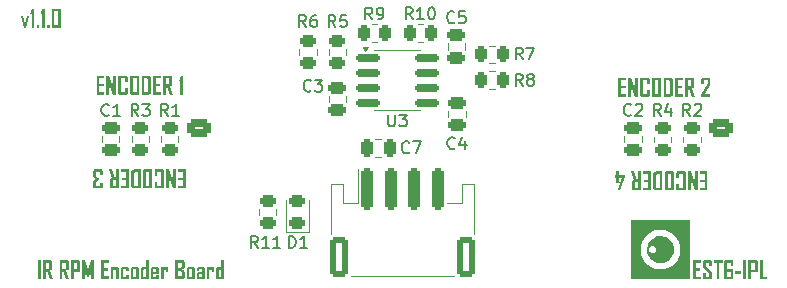
<source format=gto>
G04 #@! TF.GenerationSoftware,KiCad,Pcbnew,8.0.6*
G04 #@! TF.CreationDate,2025-03-21T23:15:14+00:00*
G04 #@! TF.ProjectId,imu_rc_car_encoders,696d755f-7263-45f6-9361-725f656e636f,rev?*
G04 #@! TF.SameCoordinates,Original*
G04 #@! TF.FileFunction,Legend,Top*
G04 #@! TF.FilePolarity,Positive*
%FSLAX46Y46*%
G04 Gerber Fmt 4.6, Leading zero omitted, Abs format (unit mm)*
G04 Created by KiCad (PCBNEW 8.0.6) date 2025-03-21 23:15:14*
%MOMM*%
%LPD*%
G01*
G04 APERTURE LIST*
G04 Aperture macros list*
%AMRoundRect*
0 Rectangle with rounded corners*
0 $1 Rounding radius*
0 $2 $3 $4 $5 $6 $7 $8 $9 X,Y pos of 4 corners*
0 Add a 4 corners polygon primitive as box body*
4,1,4,$2,$3,$4,$5,$6,$7,$8,$9,$2,$3,0*
0 Add four circle primitives for the rounded corners*
1,1,$1+$1,$2,$3*
1,1,$1+$1,$4,$5*
1,1,$1+$1,$6,$7*
1,1,$1+$1,$8,$9*
0 Add four rect primitives between the rounded corners*
20,1,$1+$1,$2,$3,$4,$5,0*
20,1,$1+$1,$4,$5,$6,$7,0*
20,1,$1+$1,$6,$7,$8,$9,0*
20,1,$1+$1,$8,$9,$2,$3,0*%
G04 Aperture macros list end*
%ADD10C,0.300000*%
%ADD11C,0.150000*%
%ADD12C,0.120000*%
%ADD13C,0.000000*%
%ADD14RoundRect,0.250000X-0.475000X0.250000X-0.475000X-0.250000X0.475000X-0.250000X0.475000X0.250000X0*%
%ADD15RoundRect,0.250000X0.262500X0.450000X-0.262500X0.450000X-0.262500X-0.450000X0.262500X-0.450000X0*%
%ADD16RoundRect,0.243750X0.456250X-0.243750X0.456250X0.243750X-0.456250X0.243750X-0.456250X-0.243750X0*%
%ADD17RoundRect,0.150000X-0.825000X-0.150000X0.825000X-0.150000X0.825000X0.150000X-0.825000X0.150000X0*%
%ADD18RoundRect,0.250000X-0.262500X-0.450000X0.262500X-0.450000X0.262500X0.450000X-0.262500X0.450000X0*%
%ADD19RoundRect,0.250000X0.450000X-0.262500X0.450000X0.262500X-0.450000X0.262500X-0.450000X-0.262500X0*%
%ADD20RoundRect,0.250000X-0.250000X-0.475000X0.250000X-0.475000X0.250000X0.475000X-0.250000X0.475000X0*%
%ADD21RoundRect,0.250000X-0.250000X-1.500000X0.250000X-1.500000X0.250000X1.500000X-0.250000X1.500000X0*%
%ADD22RoundRect,0.250001X-0.499999X-1.449999X0.499999X-1.449999X0.499999X1.449999X-0.499999X1.449999X0*%
%ADD23RoundRect,0.250000X-0.450000X0.262500X-0.450000X-0.262500X0.450000X-0.262500X0.450000X0.262500X0*%
%ADD24RoundRect,0.250000X0.475000X-0.250000X0.475000X0.250000X-0.475000X0.250000X-0.475000X-0.250000X0*%
%ADD25RoundRect,0.340500X0.659500X-0.409500X0.659500X0.409500X-0.659500X0.409500X-0.659500X-0.409500X0*%
%ADD26O,2.000000X1.500000*%
G04 APERTURE END LIST*
D10*
G36*
X70695701Y-35975000D02*
G01*
X70026720Y-35975000D01*
X70026720Y-34357135D01*
X70689473Y-34357135D01*
X70689473Y-34591608D01*
X70268154Y-34591608D01*
X70268154Y-35037107D01*
X70630854Y-35037107D01*
X70630854Y-35271580D01*
X70268154Y-35271580D01*
X70268154Y-35740526D01*
X70695701Y-35740526D01*
X70695701Y-35975000D01*
G37*
G36*
X71629197Y-35847138D02*
G01*
X71611881Y-35919934D01*
X71553491Y-35964885D01*
X71482651Y-35975000D01*
X70997585Y-35975000D01*
X70920885Y-35962513D01*
X70863643Y-35908946D01*
X70852138Y-35847138D01*
X70852138Y-35459159D01*
X71093206Y-35459159D01*
X71093206Y-35740526D01*
X71388129Y-35740526D01*
X71388129Y-35459159D01*
X70904528Y-34997906D01*
X70863650Y-34935837D01*
X70852138Y-34867847D01*
X70852138Y-34484996D01*
X70869325Y-34412200D01*
X70927276Y-34367249D01*
X70997585Y-34357135D01*
X71482651Y-34357135D01*
X71559931Y-34369442D01*
X71617605Y-34422242D01*
X71629197Y-34483164D01*
X71629197Y-34872976D01*
X71388129Y-34872976D01*
X71388129Y-34591608D01*
X71093206Y-34591608D01*
X71093206Y-34861252D01*
X71576807Y-35321039D01*
X71617685Y-35383078D01*
X71629197Y-35452930D01*
X71629197Y-35847138D01*
G37*
G36*
X72516898Y-34591608D02*
G01*
X72250917Y-34591608D01*
X72250917Y-35975000D01*
X72010949Y-35975000D01*
X72010949Y-34591608D01*
X71744968Y-34591608D01*
X71744968Y-34357135D01*
X72516898Y-34357135D01*
X72516898Y-34591608D01*
G37*
G36*
X73432808Y-35847138D02*
G01*
X73415405Y-35919934D01*
X73356724Y-35964885D01*
X73285530Y-35975000D01*
X72778482Y-35975000D01*
X72702941Y-35962513D01*
X72646564Y-35908946D01*
X72635233Y-35847138D01*
X72635233Y-34484996D01*
X72652550Y-34412200D01*
X72710939Y-34367249D01*
X72781779Y-34357135D01*
X73285530Y-34357135D01*
X73363196Y-34369621D01*
X73421158Y-34423188D01*
X73432808Y-34484996D01*
X73432808Y-34849528D01*
X73190642Y-34849528D01*
X73190642Y-34591608D01*
X72876667Y-34591608D01*
X72876667Y-35740526D01*
X73190642Y-35740526D01*
X73190642Y-35341922D01*
X73011489Y-35341922D01*
X73011489Y-35107449D01*
X73432808Y-35107449D01*
X73432808Y-35847138D01*
G37*
G36*
X74092997Y-35482606D02*
G01*
X73601702Y-35482606D01*
X73601702Y-35248133D01*
X74092997Y-35248133D01*
X74092997Y-35482606D01*
G37*
G36*
X74511751Y-35975000D02*
G01*
X74270683Y-35975000D01*
X74270683Y-34357135D01*
X74511751Y-34357135D01*
X74511751Y-35975000D01*
G37*
G36*
X75415396Y-34369621D02*
G01*
X75473502Y-34423188D01*
X75485181Y-34484996D01*
X75485181Y-35260956D01*
X75467735Y-35333751D01*
X75408907Y-35378703D01*
X75337536Y-35388817D01*
X74947358Y-35388817D01*
X74947358Y-35975000D01*
X74705924Y-35975000D01*
X74705924Y-35154344D01*
X74947358Y-35154344D01*
X75241915Y-35154344D01*
X75241915Y-34591608D01*
X74947358Y-34591608D01*
X74947358Y-35154344D01*
X74705924Y-35154344D01*
X74705924Y-34357135D01*
X75337536Y-34357135D01*
X75415396Y-34369621D01*
G37*
G36*
X76284954Y-35975000D02*
G01*
X75651144Y-35975000D01*
X75651144Y-34357135D01*
X75892578Y-34357135D01*
X75892578Y-35740526D01*
X76284954Y-35740526D01*
X76284954Y-35975000D01*
G37*
G36*
X14782184Y-35955000D02*
G01*
X14541116Y-35955000D01*
X14541116Y-34337135D01*
X14782184Y-34337135D01*
X14782184Y-35955000D01*
G37*
G36*
X15801775Y-35955000D02*
G01*
X15550450Y-35955000D01*
X15284469Y-35208715D01*
X15284469Y-35133956D01*
X15284469Y-35064002D01*
X15521507Y-35064002D01*
X15521507Y-34571608D01*
X15217791Y-34571608D01*
X15217791Y-35955000D01*
X14976357Y-35955000D01*
X14976357Y-34337135D01*
X15616395Y-34337135D01*
X15693096Y-34349621D01*
X15750337Y-34403188D01*
X15761842Y-34464996D01*
X15761842Y-35076824D01*
X15744623Y-35149731D01*
X15692965Y-35191130D01*
X15619658Y-35202448D01*
X15543546Y-35204672D01*
X15536161Y-35204685D01*
X15801775Y-35955000D01*
G37*
G36*
X17201287Y-35955000D02*
G01*
X16949961Y-35955000D01*
X16683981Y-35208715D01*
X16683981Y-35133956D01*
X16683981Y-35064002D01*
X16921018Y-35064002D01*
X16921018Y-34571608D01*
X16617302Y-34571608D01*
X16617302Y-35955000D01*
X16375868Y-35955000D01*
X16375868Y-34337135D01*
X17015907Y-34337135D01*
X17092607Y-34349621D01*
X17149848Y-34403188D01*
X17161353Y-34464996D01*
X17161353Y-35076824D01*
X17144134Y-35149731D01*
X17092477Y-35191130D01*
X17019170Y-35202448D01*
X16943057Y-35204672D01*
X16935673Y-35204685D01*
X17201287Y-35955000D01*
G37*
G36*
X18052542Y-34349621D02*
G01*
X18110648Y-34403188D01*
X18122327Y-34464996D01*
X18122327Y-35240956D01*
X18104880Y-35313751D01*
X18046053Y-35358703D01*
X17974682Y-35368817D01*
X17584504Y-35368817D01*
X17584504Y-35955000D01*
X17343070Y-35955000D01*
X17343070Y-35134344D01*
X17584504Y-35134344D01*
X17879061Y-35134344D01*
X17879061Y-34571608D01*
X17584504Y-34571608D01*
X17584504Y-35134344D01*
X17343070Y-35134344D01*
X17343070Y-34337135D01*
X17974682Y-34337135D01*
X18052542Y-34349621D01*
G37*
G36*
X19263185Y-35955000D02*
G01*
X19031277Y-35955000D01*
X19031277Y-35150830D01*
X19034940Y-35074901D01*
X19042496Y-35001485D01*
X19045931Y-34973876D01*
X18837470Y-35790868D01*
X18715104Y-35790868D01*
X18505910Y-34973876D01*
X18514045Y-35047018D01*
X18519515Y-35121450D01*
X18520198Y-35150830D01*
X18520198Y-35955000D01*
X18288290Y-35955000D01*
X18288290Y-34337135D01*
X18516168Y-34337135D01*
X18769692Y-35221538D01*
X18775921Y-35294078D01*
X18782149Y-35221538D01*
X19035307Y-34337135D01*
X19263185Y-34337135D01*
X19263185Y-35955000D01*
G37*
G36*
X20550223Y-35955000D02*
G01*
X19881242Y-35955000D01*
X19881242Y-34337135D01*
X20543995Y-34337135D01*
X20543995Y-34571608D01*
X20122676Y-34571608D01*
X20122676Y-35017107D01*
X20485376Y-35017107D01*
X20485376Y-35251580D01*
X20122676Y-35251580D01*
X20122676Y-35720526D01*
X20550223Y-35720526D01*
X20550223Y-35955000D01*
G37*
G36*
X21392861Y-35955000D02*
G01*
X21155823Y-35955000D01*
X21155823Y-35110896D01*
X20934539Y-35169515D01*
X20934539Y-35955000D01*
X20698600Y-35955000D01*
X20698600Y-34923318D01*
X20934539Y-34923318D01*
X20934539Y-34981936D01*
X21006457Y-34965867D01*
X21083044Y-34949274D01*
X21098304Y-34946032D01*
X21174475Y-34931325D01*
X21247488Y-34923673D01*
X21264267Y-34923318D01*
X21337480Y-34938426D01*
X21384824Y-34995240D01*
X21392861Y-35051179D01*
X21392861Y-35955000D01*
G37*
G36*
X22230003Y-35827138D02*
G01*
X22214548Y-35899934D01*
X22156432Y-35947008D01*
X22099211Y-35955000D01*
X21689982Y-35955000D01*
X21614475Y-35939891D01*
X21565647Y-35883078D01*
X21557358Y-35827138D01*
X21557358Y-35051179D01*
X21573030Y-34978383D01*
X21631959Y-34931309D01*
X21689982Y-34923318D01*
X22099211Y-34923318D01*
X22173676Y-34938426D01*
X22221828Y-34995240D01*
X22230003Y-35051179D01*
X22230003Y-35298475D01*
X22000293Y-35298475D01*
X22000293Y-35110896D01*
X21788900Y-35110896D01*
X21788900Y-35767421D01*
X22000293Y-35767421D01*
X22000293Y-35579842D01*
X22230003Y-35579842D01*
X22230003Y-35827138D01*
G37*
G36*
X23024007Y-34938426D02*
G01*
X23072160Y-34995240D01*
X23080334Y-35051179D01*
X23080334Y-35827138D01*
X23064880Y-35899934D01*
X23006764Y-35947008D01*
X22949542Y-35955000D01*
X22526758Y-35955000D01*
X22451251Y-35939891D01*
X22402423Y-35883078D01*
X22394134Y-35827138D01*
X22394134Y-35767421D01*
X22625676Y-35767421D01*
X22849525Y-35767421D01*
X22849525Y-35110896D01*
X22625676Y-35110896D01*
X22625676Y-35767421D01*
X22394134Y-35767421D01*
X22394134Y-35051179D01*
X22409806Y-34978383D01*
X22468735Y-34931309D01*
X22526758Y-34923318D01*
X22949542Y-34923318D01*
X23024007Y-34938426D01*
G37*
G36*
X23935795Y-35955000D02*
G01*
X23700956Y-35955000D01*
X23700956Y-35890519D01*
X23618760Y-35912433D01*
X23541520Y-35932268D01*
X23466029Y-35949899D01*
X23433143Y-35955000D01*
X23358396Y-35943971D01*
X23293925Y-35904808D01*
X23254476Y-35840853D01*
X23243367Y-35767421D01*
X23243367Y-35189665D01*
X23477107Y-35189665D01*
X23477107Y-35690851D01*
X23509136Y-35758373D01*
X23551479Y-35767421D01*
X23623787Y-35739652D01*
X23692824Y-35706908D01*
X23700956Y-35702941D01*
X23700956Y-35110896D01*
X23555509Y-35110896D01*
X23488132Y-35141665D01*
X23477107Y-35189665D01*
X23243367Y-35189665D01*
X23243367Y-35051179D01*
X23272115Y-34980468D01*
X23334225Y-34945666D01*
X23410941Y-34929625D01*
X23486130Y-34924103D01*
X23533893Y-34923318D01*
X23610008Y-34923318D01*
X23620355Y-34923318D01*
X23694487Y-34923318D01*
X23700956Y-34923318D01*
X23700956Y-34337135D01*
X23935795Y-34337135D01*
X23935795Y-35955000D01*
G37*
G36*
X24718228Y-34938426D02*
G01*
X24767190Y-34995240D01*
X24775502Y-35051179D01*
X24775502Y-35420840D01*
X24710655Y-35486053D01*
X24328538Y-35486053D01*
X24328538Y-35767421D01*
X24549822Y-35767421D01*
X24549822Y-35603290D01*
X24775502Y-35603290D01*
X24775502Y-35827138D01*
X24759787Y-35899934D01*
X24700695Y-35947008D01*
X24642512Y-35955000D01*
X24235481Y-35955000D01*
X24159973Y-35939891D01*
X24111146Y-35883078D01*
X24102857Y-35827138D01*
X24102857Y-35343171D01*
X24328538Y-35343171D01*
X24549822Y-35343171D01*
X24549822Y-35110896D01*
X24328538Y-35110896D01*
X24328538Y-35343171D01*
X24102857Y-35343171D01*
X24102857Y-35051179D01*
X24118529Y-34978383D01*
X24177458Y-34931309D01*
X24235481Y-34923318D01*
X24642512Y-34923318D01*
X24718228Y-34938426D01*
G37*
G36*
X25598722Y-35345369D02*
G01*
X25364982Y-35345369D01*
X25364982Y-35110896D01*
X25178503Y-35169515D01*
X25178503Y-35955000D01*
X24942564Y-35955000D01*
X24942564Y-34923318D01*
X25178503Y-34923318D01*
X25178503Y-34981936D01*
X25251501Y-34963343D01*
X25323949Y-34944933D01*
X25399678Y-34929418D01*
X25470129Y-34923318D01*
X25543342Y-34938426D01*
X25590685Y-34995240D01*
X25598722Y-35051179D01*
X25598722Y-35345369D01*
G37*
G36*
X26888028Y-34349621D02*
G01*
X26944405Y-34403188D01*
X26955736Y-34464996D01*
X26955736Y-34900969D01*
X26945848Y-34974330D01*
X26910334Y-35038420D01*
X26904078Y-35044951D01*
X26841692Y-35090194D01*
X26778415Y-35134344D01*
X26843817Y-35180182D01*
X26903107Y-35223621D01*
X26908108Y-35228133D01*
X26949874Y-35293346D01*
X26963578Y-35367237D01*
X26963796Y-35379075D01*
X26963796Y-35827138D01*
X26946393Y-35899934D01*
X26887711Y-35944885D01*
X26816517Y-35955000D01*
X26172449Y-35955000D01*
X26172449Y-35720526D01*
X26413883Y-35720526D01*
X26721629Y-35720526D01*
X26721629Y-35319724D01*
X26603293Y-35251580D01*
X26413883Y-35251580D01*
X26413883Y-35720526D01*
X26172449Y-35720526D01*
X26172449Y-35017107D01*
X26413883Y-35017107D01*
X26599263Y-35017107D01*
X26715767Y-34939438D01*
X26715767Y-34571608D01*
X26413883Y-34571608D01*
X26413883Y-35017107D01*
X26172449Y-35017107D01*
X26172449Y-34337135D01*
X26812487Y-34337135D01*
X26888028Y-34349621D01*
G37*
G36*
X27766226Y-34938426D02*
G01*
X27814379Y-34995240D01*
X27822554Y-35051179D01*
X27822554Y-35827138D01*
X27807099Y-35899934D01*
X27748983Y-35947008D01*
X27691762Y-35955000D01*
X27268977Y-35955000D01*
X27193470Y-35939891D01*
X27144642Y-35883078D01*
X27136353Y-35827138D01*
X27136353Y-35767421D01*
X27367896Y-35767421D01*
X27591744Y-35767421D01*
X27591744Y-35110896D01*
X27367896Y-35110896D01*
X27367896Y-35767421D01*
X27136353Y-35767421D01*
X27136353Y-35051179D01*
X27152025Y-34978383D01*
X27210954Y-34931309D01*
X27268977Y-34923318D01*
X27691762Y-34923318D01*
X27766226Y-34938426D01*
G37*
G36*
X28602112Y-34938426D02*
G01*
X28650399Y-34995240D01*
X28658597Y-35051179D01*
X28658597Y-35955000D01*
X28432916Y-35955000D01*
X28432916Y-35908105D01*
X28357617Y-35921581D01*
X28282156Y-35935217D01*
X28272083Y-35937048D01*
X28194995Y-35948671D01*
X28119369Y-35954929D01*
X28112348Y-35955000D01*
X28038926Y-35939891D01*
X27991448Y-35883078D01*
X27983387Y-35827138D01*
X27983387Y-35767421D01*
X28209068Y-35767421D01*
X28434748Y-35755697D01*
X28434748Y-35486053D01*
X28209068Y-35486053D01*
X28209068Y-35767421D01*
X27983387Y-35767421D01*
X27983387Y-35473230D01*
X27999102Y-35400435D01*
X28058195Y-35353361D01*
X28116378Y-35345369D01*
X28434748Y-35345369D01*
X28434748Y-35110896D01*
X28209068Y-35110896D01*
X28209068Y-35251580D01*
X27995844Y-35251580D01*
X27995844Y-35051179D01*
X28011559Y-34978383D01*
X28070651Y-34931309D01*
X28128834Y-34923318D01*
X28527438Y-34923318D01*
X28602112Y-34938426D01*
G37*
G36*
X29479253Y-35345369D02*
G01*
X29245512Y-35345369D01*
X29245512Y-35110896D01*
X29059033Y-35169515D01*
X29059033Y-35955000D01*
X28823094Y-35955000D01*
X28823094Y-34923318D01*
X29059033Y-34923318D01*
X29059033Y-34981936D01*
X29132031Y-34963343D01*
X29204480Y-34944933D01*
X29280209Y-34929418D01*
X29350659Y-34923318D01*
X29423872Y-34938426D01*
X29471216Y-34995240D01*
X29479253Y-35051179D01*
X29479253Y-35345369D01*
G37*
G36*
X30298810Y-35955000D02*
G01*
X30063970Y-35955000D01*
X30063970Y-35890519D01*
X29981774Y-35912433D01*
X29904535Y-35932268D01*
X29829044Y-35949899D01*
X29796158Y-35955000D01*
X29721411Y-35943971D01*
X29656939Y-35904808D01*
X29617490Y-35840853D01*
X29606381Y-35767421D01*
X29606381Y-35189665D01*
X29840122Y-35189665D01*
X29840122Y-35690851D01*
X29872151Y-35758373D01*
X29914494Y-35767421D01*
X29986802Y-35739652D01*
X30055839Y-35706908D01*
X30063970Y-35702941D01*
X30063970Y-35110896D01*
X29918524Y-35110896D01*
X29851147Y-35141665D01*
X29840122Y-35189665D01*
X29606381Y-35189665D01*
X29606381Y-35051179D01*
X29635129Y-34980468D01*
X29697240Y-34945666D01*
X29773956Y-34929625D01*
X29849145Y-34924103D01*
X29896908Y-34923318D01*
X29973023Y-34923318D01*
X29983370Y-34923318D01*
X30057502Y-34923318D01*
X30063970Y-34923318D01*
X30063970Y-34337135D01*
X30298810Y-34337135D01*
X30298810Y-35955000D01*
G37*
G36*
X13829148Y-13643318D02*
G01*
X13563534Y-14675000D01*
X13337854Y-14675000D01*
X13071873Y-13643318D01*
X13314040Y-13643318D01*
X13451060Y-14323290D01*
X13588080Y-13643318D01*
X13829148Y-13643318D01*
G37*
G36*
X14244605Y-14675000D02*
G01*
X14007568Y-14675000D01*
X14007568Y-13526081D01*
X13914877Y-13526081D01*
X13914877Y-13490910D01*
X14039808Y-13057135D01*
X14244605Y-13057135D01*
X14244605Y-14675000D01*
G37*
G36*
X14658963Y-14675000D02*
G01*
X14427055Y-14675000D01*
X14427055Y-14417079D01*
X14658963Y-14417079D01*
X14658963Y-14675000D01*
G37*
G36*
X15122414Y-14675000D02*
G01*
X14885376Y-14675000D01*
X14885376Y-13526081D01*
X14792686Y-13526081D01*
X14792686Y-13490910D01*
X14917616Y-13057135D01*
X15122414Y-13057135D01*
X15122414Y-14675000D01*
G37*
G36*
X15536772Y-14675000D02*
G01*
X15304863Y-14675000D01*
X15304863Y-14417079D01*
X15536772Y-14417079D01*
X15536772Y-14675000D01*
G37*
G36*
X16431371Y-13069621D02*
G01*
X16488468Y-13123188D01*
X16499944Y-13184996D01*
X16499944Y-14547138D01*
X16482800Y-14619934D01*
X16418336Y-14667008D01*
X16354863Y-14675000D01*
X15851845Y-14675000D01*
X15776304Y-14662513D01*
X15719928Y-14608946D01*
X15708597Y-14547138D01*
X15708597Y-14440526D01*
X15945635Y-14440526D01*
X16264005Y-14440526D01*
X16264005Y-13291608D01*
X15945635Y-13291608D01*
X15945635Y-14440526D01*
X15708597Y-14440526D01*
X15708597Y-13184996D01*
X15725913Y-13112200D01*
X15784303Y-13067249D01*
X15855143Y-13057135D01*
X16354863Y-13057135D01*
X16431371Y-13069621D01*
G37*
G36*
X70564298Y-26825000D02*
G01*
X71233279Y-26825000D01*
X71233279Y-28442864D01*
X70570526Y-28442864D01*
X70570526Y-28208391D01*
X70991845Y-28208391D01*
X70991845Y-27762892D01*
X70629145Y-27762892D01*
X70629145Y-27528419D01*
X70991845Y-27528419D01*
X70991845Y-27059473D01*
X70564298Y-27059473D01*
X70564298Y-26825000D01*
G37*
G36*
X69586472Y-26825000D02*
G01*
X69797864Y-26825000D01*
X70184378Y-27843126D01*
X70171640Y-27769542D01*
X70168625Y-27726256D01*
X70168625Y-26825000D01*
X70403831Y-26825000D01*
X70403831Y-28442864D01*
X70192438Y-28442864D01*
X69805924Y-27445254D01*
X69818662Y-27518838D01*
X69821678Y-27562124D01*
X69821678Y-28442864D01*
X69586472Y-28442864D01*
X69586472Y-26825000D01*
G37*
G36*
X68604982Y-26952861D02*
G01*
X68622385Y-26880065D01*
X68681066Y-26835114D01*
X68752260Y-26825000D01*
X69255279Y-26825000D01*
X69330820Y-26837486D01*
X69387196Y-26891053D01*
X69398527Y-26952861D01*
X69398527Y-28315003D01*
X69381600Y-28387799D01*
X69317950Y-28434873D01*
X69255279Y-28442864D01*
X68752260Y-28442864D01*
X68674594Y-28430378D01*
X68616632Y-28376811D01*
X68604982Y-28315003D01*
X68604982Y-27903576D01*
X68844951Y-27903576D01*
X68844951Y-28208391D01*
X69157093Y-28208391D01*
X69157093Y-27059473D01*
X68844951Y-27059473D01*
X68844951Y-27364288D01*
X68604982Y-27364288D01*
X68604982Y-26952861D01*
G37*
G36*
X68353360Y-26837486D02*
G01*
X68409736Y-26891053D01*
X68421067Y-26952861D01*
X68421067Y-28315003D01*
X68404140Y-28387799D01*
X68340490Y-28434873D01*
X68277819Y-28442864D01*
X67754284Y-28442864D01*
X67677197Y-28430378D01*
X67619668Y-28376811D01*
X67608105Y-28315003D01*
X67608105Y-28208391D01*
X67849173Y-28208391D01*
X68179633Y-28208391D01*
X68179633Y-27059473D01*
X67849173Y-27059473D01*
X67849173Y-28208391D01*
X67608105Y-28208391D01*
X67608105Y-26952861D01*
X67625378Y-26880065D01*
X67683621Y-26835114D01*
X67754284Y-26825000D01*
X68277819Y-26825000D01*
X68353360Y-26837486D01*
G37*
G36*
X67420160Y-28442864D02*
G01*
X66928499Y-28442864D01*
X66852588Y-28436402D01*
X66779186Y-28414062D01*
X66711750Y-28371058D01*
X66700987Y-28361165D01*
X66652804Y-28298106D01*
X66626357Y-28228382D01*
X66616687Y-28155536D01*
X66616357Y-28138049D01*
X66616357Y-27190997D01*
X66858524Y-27190997D01*
X66858524Y-28079064D01*
X66875191Y-28152695D01*
X66937864Y-28200308D01*
X66999574Y-28208391D01*
X67178726Y-28208391D01*
X67178726Y-27059473D01*
X67005802Y-27059473D01*
X66928136Y-27072317D01*
X66872906Y-27121639D01*
X66858524Y-27190997D01*
X66616357Y-27190997D01*
X66616357Y-27129815D01*
X66623051Y-27054489D01*
X66646192Y-26982147D01*
X66690739Y-26916372D01*
X66700987Y-26905966D01*
X66765888Y-26859869D01*
X66836986Y-26834567D01*
X66910824Y-26825316D01*
X66928499Y-26825000D01*
X67420160Y-26825000D01*
X67420160Y-28442864D01*
G37*
G36*
X65766392Y-26825000D02*
G01*
X66435373Y-26825000D01*
X66435373Y-28442864D01*
X65772620Y-28442864D01*
X65772620Y-28208391D01*
X66193939Y-28208391D01*
X66193939Y-27762892D01*
X65831238Y-27762892D01*
X65831238Y-27528419D01*
X66193939Y-27528419D01*
X66193939Y-27059473D01*
X65766392Y-27059473D01*
X65766392Y-26825000D01*
G37*
G36*
X64780505Y-26825000D02*
G01*
X65031831Y-26825000D01*
X65297812Y-27571284D01*
X65297812Y-27646043D01*
X65297812Y-27715997D01*
X65060774Y-27715997D01*
X65060774Y-28208391D01*
X65364490Y-28208391D01*
X65364490Y-26825000D01*
X65605924Y-26825000D01*
X65605924Y-28442864D01*
X64965886Y-28442864D01*
X64889185Y-28430378D01*
X64831944Y-28376811D01*
X64820439Y-28315003D01*
X64820439Y-27703175D01*
X64837658Y-27630268D01*
X64889316Y-27588869D01*
X64962623Y-27577551D01*
X65038735Y-27575327D01*
X65046120Y-27575314D01*
X64780505Y-26825000D01*
G37*
G36*
X63385024Y-27129815D02*
G01*
X63507756Y-27129815D01*
X63507756Y-26825000D01*
X63737466Y-26825000D01*
X63737466Y-27129815D01*
X64267229Y-27129815D01*
X64267229Y-27273429D01*
X63866060Y-28442864D01*
X63620963Y-28442864D01*
X63620963Y-28433705D01*
X63997219Y-27364288D01*
X63737466Y-27364288D01*
X63737466Y-27833234D01*
X63507756Y-27833234D01*
X63507756Y-27364288D01*
X63385024Y-27364288D01*
X63385024Y-27129815D01*
G37*
G36*
X64365701Y-20505000D02*
G01*
X63696720Y-20505000D01*
X63696720Y-18887135D01*
X64359473Y-18887135D01*
X64359473Y-19121608D01*
X63938154Y-19121608D01*
X63938154Y-19567107D01*
X64300854Y-19567107D01*
X64300854Y-19801580D01*
X63938154Y-19801580D01*
X63938154Y-20270526D01*
X64365701Y-20270526D01*
X64365701Y-20505000D01*
G37*
G36*
X65343527Y-20505000D02*
G01*
X65132135Y-20505000D01*
X64745621Y-19486873D01*
X64758359Y-19560457D01*
X64761374Y-19603743D01*
X64761374Y-20505000D01*
X64526168Y-20505000D01*
X64526168Y-18887135D01*
X64737561Y-18887135D01*
X65124075Y-19884745D01*
X65111337Y-19811161D01*
X65108321Y-19767875D01*
X65108321Y-18887135D01*
X65343527Y-18887135D01*
X65343527Y-20505000D01*
G37*
G36*
X66325017Y-20377138D02*
G01*
X66307614Y-20449934D01*
X66248933Y-20494885D01*
X66177739Y-20505000D01*
X65674720Y-20505000D01*
X65599179Y-20492513D01*
X65542803Y-20438946D01*
X65531472Y-20377138D01*
X65531472Y-19014996D01*
X65548399Y-18942200D01*
X65612049Y-18895126D01*
X65674720Y-18887135D01*
X66177739Y-18887135D01*
X66255405Y-18899621D01*
X66313367Y-18953188D01*
X66325017Y-19014996D01*
X66325017Y-19426423D01*
X66085048Y-19426423D01*
X66085048Y-19121608D01*
X65772906Y-19121608D01*
X65772906Y-20270526D01*
X66085048Y-20270526D01*
X66085048Y-19965711D01*
X66325017Y-19965711D01*
X66325017Y-20377138D01*
G37*
G36*
X67252802Y-18899621D02*
G01*
X67310331Y-18953188D01*
X67321894Y-19014996D01*
X67321894Y-20377138D01*
X67304621Y-20449934D01*
X67246378Y-20494885D01*
X67175715Y-20505000D01*
X66652180Y-20505000D01*
X66576639Y-20492513D01*
X66520263Y-20438946D01*
X66508932Y-20377138D01*
X66508932Y-20270526D01*
X66750366Y-20270526D01*
X67080826Y-20270526D01*
X67080826Y-19121608D01*
X66750366Y-19121608D01*
X66750366Y-20270526D01*
X66508932Y-20270526D01*
X66508932Y-19014996D01*
X66525859Y-18942200D01*
X66589509Y-18895126D01*
X66652180Y-18887135D01*
X67175715Y-18887135D01*
X67252802Y-18899621D01*
G37*
G36*
X68077411Y-18893597D02*
G01*
X68150813Y-18915937D01*
X68218249Y-18958941D01*
X68229012Y-18968834D01*
X68277195Y-19031893D01*
X68303642Y-19101617D01*
X68313312Y-19174463D01*
X68313642Y-19191950D01*
X68313642Y-20200184D01*
X68306948Y-20275510D01*
X68283807Y-20347852D01*
X68239260Y-20413627D01*
X68229012Y-20424033D01*
X68164111Y-20470130D01*
X68093013Y-20495432D01*
X68019175Y-20504683D01*
X68001500Y-20505000D01*
X67509839Y-20505000D01*
X67509839Y-20270526D01*
X67751273Y-20270526D01*
X67924197Y-20270526D01*
X68001863Y-20257682D01*
X68057093Y-20208360D01*
X68071475Y-20139002D01*
X68071475Y-19250935D01*
X68054808Y-19177304D01*
X67992135Y-19129691D01*
X67930425Y-19121608D01*
X67751273Y-19121608D01*
X67751273Y-20270526D01*
X67509839Y-20270526D01*
X67509839Y-18887135D01*
X68001500Y-18887135D01*
X68077411Y-18893597D01*
G37*
G36*
X69163607Y-20505000D02*
G01*
X68494626Y-20505000D01*
X68494626Y-18887135D01*
X69157379Y-18887135D01*
X69157379Y-19121608D01*
X68736060Y-19121608D01*
X68736060Y-19567107D01*
X69098761Y-19567107D01*
X69098761Y-19801580D01*
X68736060Y-19801580D01*
X68736060Y-20270526D01*
X69163607Y-20270526D01*
X69163607Y-20505000D01*
G37*
G36*
X70149494Y-20505000D02*
G01*
X69898168Y-20505000D01*
X69632187Y-19758715D01*
X69632187Y-19683956D01*
X69632187Y-19614002D01*
X69869225Y-19614002D01*
X69869225Y-19121608D01*
X69565509Y-19121608D01*
X69565509Y-20505000D01*
X69324075Y-20505000D01*
X69324075Y-18887135D01*
X69964113Y-18887135D01*
X70040814Y-18899621D01*
X70098055Y-18953188D01*
X70109560Y-19014996D01*
X70109560Y-19626824D01*
X70092341Y-19699731D01*
X70040683Y-19741130D01*
X69967376Y-19752448D01*
X69891264Y-19754672D01*
X69883879Y-19754685D01*
X70149494Y-20505000D01*
G37*
G36*
X71481228Y-19327871D02*
G01*
X71469716Y-19402935D01*
X71441117Y-19473850D01*
X71428838Y-19496765D01*
X70985537Y-20270526D01*
X71479030Y-20270526D01*
X71479030Y-20505000D01*
X70696842Y-20505000D01*
X70696842Y-20352592D01*
X71243091Y-19392351D01*
X71243091Y-19121608D01*
X70949267Y-19121608D01*
X70949267Y-19402976D01*
X70713328Y-19402976D01*
X70713328Y-19014996D01*
X70730731Y-18942200D01*
X70789412Y-18897249D01*
X70860607Y-18887135D01*
X71333583Y-18887135D01*
X71411442Y-18899621D01*
X71469549Y-18953188D01*
X71481228Y-19014996D01*
X71481228Y-19327871D01*
G37*
G36*
X26374298Y-26655000D02*
G01*
X27043279Y-26655000D01*
X27043279Y-28272864D01*
X26380526Y-28272864D01*
X26380526Y-28038391D01*
X26801845Y-28038391D01*
X26801845Y-27592892D01*
X26439145Y-27592892D01*
X26439145Y-27358419D01*
X26801845Y-27358419D01*
X26801845Y-26889473D01*
X26374298Y-26889473D01*
X26374298Y-26655000D01*
G37*
G36*
X25396472Y-26655000D02*
G01*
X25607864Y-26655000D01*
X25994378Y-27673126D01*
X25981640Y-27599542D01*
X25978625Y-27556256D01*
X25978625Y-26655000D01*
X26213831Y-26655000D01*
X26213831Y-28272864D01*
X26002438Y-28272864D01*
X25615924Y-27275254D01*
X25628662Y-27348838D01*
X25631678Y-27392124D01*
X25631678Y-28272864D01*
X25396472Y-28272864D01*
X25396472Y-26655000D01*
G37*
G36*
X24414982Y-26782861D02*
G01*
X24432385Y-26710065D01*
X24491066Y-26665114D01*
X24562260Y-26655000D01*
X25065279Y-26655000D01*
X25140820Y-26667486D01*
X25197196Y-26721053D01*
X25208527Y-26782861D01*
X25208527Y-28145003D01*
X25191600Y-28217799D01*
X25127950Y-28264873D01*
X25065279Y-28272864D01*
X24562260Y-28272864D01*
X24484594Y-28260378D01*
X24426632Y-28206811D01*
X24414982Y-28145003D01*
X24414982Y-27733576D01*
X24654951Y-27733576D01*
X24654951Y-28038391D01*
X24967093Y-28038391D01*
X24967093Y-26889473D01*
X24654951Y-26889473D01*
X24654951Y-27194288D01*
X24414982Y-27194288D01*
X24414982Y-26782861D01*
G37*
G36*
X24163360Y-26667486D02*
G01*
X24219736Y-26721053D01*
X24231067Y-26782861D01*
X24231067Y-28145003D01*
X24214140Y-28217799D01*
X24150490Y-28264873D01*
X24087819Y-28272864D01*
X23564284Y-28272864D01*
X23487197Y-28260378D01*
X23429668Y-28206811D01*
X23418105Y-28145003D01*
X23418105Y-28038391D01*
X23659173Y-28038391D01*
X23989633Y-28038391D01*
X23989633Y-26889473D01*
X23659173Y-26889473D01*
X23659173Y-28038391D01*
X23418105Y-28038391D01*
X23418105Y-26782861D01*
X23435378Y-26710065D01*
X23493621Y-26665114D01*
X23564284Y-26655000D01*
X24087819Y-26655000D01*
X24163360Y-26667486D01*
G37*
G36*
X23230160Y-28272864D02*
G01*
X22738499Y-28272864D01*
X22662588Y-28266402D01*
X22589186Y-28244062D01*
X22521750Y-28201058D01*
X22510987Y-28191165D01*
X22462804Y-28128106D01*
X22436357Y-28058382D01*
X22426687Y-27985536D01*
X22426357Y-27968049D01*
X22426357Y-27020997D01*
X22668524Y-27020997D01*
X22668524Y-27909064D01*
X22685191Y-27982695D01*
X22747864Y-28030308D01*
X22809574Y-28038391D01*
X22988726Y-28038391D01*
X22988726Y-26889473D01*
X22815802Y-26889473D01*
X22738136Y-26902317D01*
X22682906Y-26951639D01*
X22668524Y-27020997D01*
X22426357Y-27020997D01*
X22426357Y-26959815D01*
X22433051Y-26884489D01*
X22456192Y-26812147D01*
X22500739Y-26746372D01*
X22510987Y-26735966D01*
X22575888Y-26689869D01*
X22646986Y-26664567D01*
X22720824Y-26655316D01*
X22738499Y-26655000D01*
X23230160Y-26655000D01*
X23230160Y-28272864D01*
G37*
G36*
X21576392Y-26655000D02*
G01*
X22245373Y-26655000D01*
X22245373Y-28272864D01*
X21582620Y-28272864D01*
X21582620Y-28038391D01*
X22003939Y-28038391D01*
X22003939Y-27592892D01*
X21641238Y-27592892D01*
X21641238Y-27358419D01*
X22003939Y-27358419D01*
X22003939Y-26889473D01*
X21576392Y-26889473D01*
X21576392Y-26655000D01*
G37*
G36*
X20590505Y-26655000D02*
G01*
X20841831Y-26655000D01*
X21107812Y-27401284D01*
X21107812Y-27476043D01*
X21107812Y-27545997D01*
X20870774Y-27545997D01*
X20870774Y-28038391D01*
X21174490Y-28038391D01*
X21174490Y-26655000D01*
X21415924Y-26655000D01*
X21415924Y-28272864D01*
X20775886Y-28272864D01*
X20699185Y-28260378D01*
X20641944Y-28206811D01*
X20630439Y-28145003D01*
X20630439Y-27533175D01*
X20647658Y-27460268D01*
X20699316Y-27418869D01*
X20772623Y-27407551D01*
X20848735Y-27405327D01*
X20856120Y-27405314D01*
X20590505Y-26655000D01*
G37*
G36*
X19233126Y-26782861D02*
G01*
X19250312Y-26710065D01*
X19308264Y-26665114D01*
X19378572Y-26655000D01*
X19873164Y-26655000D01*
X19948705Y-26667486D01*
X20005081Y-26721053D01*
X20016413Y-26782861D01*
X20016413Y-27170840D01*
X19779375Y-27170840D01*
X19779375Y-26889473D01*
X19469064Y-26889473D01*
X19469064Y-27271224D01*
X19764720Y-27462833D01*
X19764720Y-27513391D01*
X19469064Y-27707930D01*
X19469064Y-28038391D01*
X19779375Y-28038391D01*
X19779375Y-27780471D01*
X20016413Y-27780471D01*
X20016413Y-28145003D01*
X19999096Y-28217799D01*
X19940707Y-28262750D01*
X19869867Y-28272864D01*
X19378572Y-28272864D01*
X19301872Y-28260378D01*
X19244631Y-28206811D01*
X19233126Y-28145003D01*
X19233126Y-27750429D01*
X19246368Y-27674523D01*
X19290245Y-27610088D01*
X19313360Y-27591427D01*
X19462836Y-27487379D01*
X19311528Y-27385530D01*
X19257933Y-27330302D01*
X19234351Y-27255018D01*
X19233126Y-27229825D01*
X19233126Y-26782861D01*
G37*
G36*
X20175701Y-20335000D02*
G01*
X19506720Y-20335000D01*
X19506720Y-18717135D01*
X20169473Y-18717135D01*
X20169473Y-18951608D01*
X19748154Y-18951608D01*
X19748154Y-19397107D01*
X20110854Y-19397107D01*
X20110854Y-19631580D01*
X19748154Y-19631580D01*
X19748154Y-20100526D01*
X20175701Y-20100526D01*
X20175701Y-20335000D01*
G37*
G36*
X21153527Y-20335000D02*
G01*
X20942135Y-20335000D01*
X20555621Y-19316873D01*
X20568359Y-19390457D01*
X20571374Y-19433743D01*
X20571374Y-20335000D01*
X20336168Y-20335000D01*
X20336168Y-18717135D01*
X20547561Y-18717135D01*
X20934075Y-19714745D01*
X20921337Y-19641161D01*
X20918321Y-19597875D01*
X20918321Y-18717135D01*
X21153527Y-18717135D01*
X21153527Y-20335000D01*
G37*
G36*
X22135017Y-20207138D02*
G01*
X22117614Y-20279934D01*
X22058933Y-20324885D01*
X21987739Y-20335000D01*
X21484720Y-20335000D01*
X21409179Y-20322513D01*
X21352803Y-20268946D01*
X21341472Y-20207138D01*
X21341472Y-18844996D01*
X21358399Y-18772200D01*
X21422049Y-18725126D01*
X21484720Y-18717135D01*
X21987739Y-18717135D01*
X22065405Y-18729621D01*
X22123367Y-18783188D01*
X22135017Y-18844996D01*
X22135017Y-19256423D01*
X21895048Y-19256423D01*
X21895048Y-18951608D01*
X21582906Y-18951608D01*
X21582906Y-20100526D01*
X21895048Y-20100526D01*
X21895048Y-19795711D01*
X22135017Y-19795711D01*
X22135017Y-20207138D01*
G37*
G36*
X23062802Y-18729621D02*
G01*
X23120331Y-18783188D01*
X23131894Y-18844996D01*
X23131894Y-20207138D01*
X23114621Y-20279934D01*
X23056378Y-20324885D01*
X22985715Y-20335000D01*
X22462180Y-20335000D01*
X22386639Y-20322513D01*
X22330263Y-20268946D01*
X22318932Y-20207138D01*
X22318932Y-20100526D01*
X22560366Y-20100526D01*
X22890826Y-20100526D01*
X22890826Y-18951608D01*
X22560366Y-18951608D01*
X22560366Y-20100526D01*
X22318932Y-20100526D01*
X22318932Y-18844996D01*
X22335859Y-18772200D01*
X22399509Y-18725126D01*
X22462180Y-18717135D01*
X22985715Y-18717135D01*
X23062802Y-18729621D01*
G37*
G36*
X23887411Y-18723597D02*
G01*
X23960813Y-18745937D01*
X24028249Y-18788941D01*
X24039012Y-18798834D01*
X24087195Y-18861893D01*
X24113642Y-18931617D01*
X24123312Y-19004463D01*
X24123642Y-19021950D01*
X24123642Y-20030184D01*
X24116948Y-20105510D01*
X24093807Y-20177852D01*
X24049260Y-20243627D01*
X24039012Y-20254033D01*
X23974111Y-20300130D01*
X23903013Y-20325432D01*
X23829175Y-20334683D01*
X23811500Y-20335000D01*
X23319839Y-20335000D01*
X23319839Y-20100526D01*
X23561273Y-20100526D01*
X23734197Y-20100526D01*
X23811863Y-20087682D01*
X23867093Y-20038360D01*
X23881475Y-19969002D01*
X23881475Y-19080935D01*
X23864808Y-19007304D01*
X23802135Y-18959691D01*
X23740425Y-18951608D01*
X23561273Y-18951608D01*
X23561273Y-20100526D01*
X23319839Y-20100526D01*
X23319839Y-18717135D01*
X23811500Y-18717135D01*
X23887411Y-18723597D01*
G37*
G36*
X24973607Y-20335000D02*
G01*
X24304626Y-20335000D01*
X24304626Y-18717135D01*
X24967379Y-18717135D01*
X24967379Y-18951608D01*
X24546060Y-18951608D01*
X24546060Y-19397107D01*
X24908761Y-19397107D01*
X24908761Y-19631580D01*
X24546060Y-19631580D01*
X24546060Y-20100526D01*
X24973607Y-20100526D01*
X24973607Y-20335000D01*
G37*
G36*
X25959494Y-20335000D02*
G01*
X25708168Y-20335000D01*
X25442187Y-19588715D01*
X25442187Y-19513956D01*
X25442187Y-19444002D01*
X25679225Y-19444002D01*
X25679225Y-18951608D01*
X25375509Y-18951608D01*
X25375509Y-20335000D01*
X25134075Y-20335000D01*
X25134075Y-18717135D01*
X25774113Y-18717135D01*
X25850814Y-18729621D01*
X25908055Y-18783188D01*
X25919560Y-18844996D01*
X25919560Y-19456824D01*
X25902341Y-19529731D01*
X25850683Y-19571130D01*
X25777376Y-19582448D01*
X25701264Y-19584672D01*
X25693879Y-19584685D01*
X25959494Y-20335000D01*
G37*
G36*
X26825212Y-20335000D02*
G01*
X26588175Y-20335000D01*
X26588175Y-19186081D01*
X26495484Y-19186081D01*
X26495484Y-19150910D01*
X26620415Y-18717135D01*
X26825212Y-18717135D01*
X26825212Y-20335000D01*
G37*
D11*
X49831431Y-24849203D02*
X49783812Y-24896823D01*
X49783812Y-24896823D02*
X49640955Y-24944442D01*
X49640955Y-24944442D02*
X49545717Y-24944442D01*
X49545717Y-24944442D02*
X49402860Y-24896823D01*
X49402860Y-24896823D02*
X49307622Y-24801584D01*
X49307622Y-24801584D02*
X49260003Y-24706346D01*
X49260003Y-24706346D02*
X49212384Y-24515870D01*
X49212384Y-24515870D02*
X49212384Y-24373013D01*
X49212384Y-24373013D02*
X49260003Y-24182537D01*
X49260003Y-24182537D02*
X49307622Y-24087299D01*
X49307622Y-24087299D02*
X49402860Y-23992061D01*
X49402860Y-23992061D02*
X49545717Y-23944442D01*
X49545717Y-23944442D02*
X49640955Y-23944442D01*
X49640955Y-23944442D02*
X49783812Y-23992061D01*
X49783812Y-23992061D02*
X49831431Y-24039680D01*
X50688574Y-24277775D02*
X50688574Y-24944442D01*
X50450479Y-23896823D02*
X50212384Y-24611108D01*
X50212384Y-24611108D02*
X50831431Y-24611108D01*
X46260287Y-13946160D02*
X45926954Y-13469969D01*
X45688859Y-13946160D02*
X45688859Y-12946160D01*
X45688859Y-12946160D02*
X46069811Y-12946160D01*
X46069811Y-12946160D02*
X46165049Y-12993779D01*
X46165049Y-12993779D02*
X46212668Y-13041398D01*
X46212668Y-13041398D02*
X46260287Y-13136636D01*
X46260287Y-13136636D02*
X46260287Y-13279493D01*
X46260287Y-13279493D02*
X46212668Y-13374731D01*
X46212668Y-13374731D02*
X46165049Y-13422350D01*
X46165049Y-13422350D02*
X46069811Y-13469969D01*
X46069811Y-13469969D02*
X45688859Y-13469969D01*
X47212668Y-13946160D02*
X46641240Y-13946160D01*
X46926954Y-13946160D02*
X46926954Y-12946160D01*
X46926954Y-12946160D02*
X46831716Y-13089017D01*
X46831716Y-13089017D02*
X46736478Y-13184255D01*
X46736478Y-13184255D02*
X46641240Y-13231874D01*
X47831716Y-12946160D02*
X47926954Y-12946160D01*
X47926954Y-12946160D02*
X48022192Y-12993779D01*
X48022192Y-12993779D02*
X48069811Y-13041398D01*
X48069811Y-13041398D02*
X48117430Y-13136636D01*
X48117430Y-13136636D02*
X48165049Y-13327112D01*
X48165049Y-13327112D02*
X48165049Y-13565207D01*
X48165049Y-13565207D02*
X48117430Y-13755683D01*
X48117430Y-13755683D02*
X48069811Y-13850921D01*
X48069811Y-13850921D02*
X48022192Y-13898541D01*
X48022192Y-13898541D02*
X47926954Y-13946160D01*
X47926954Y-13946160D02*
X47831716Y-13946160D01*
X47831716Y-13946160D02*
X47736478Y-13898541D01*
X47736478Y-13898541D02*
X47688859Y-13850921D01*
X47688859Y-13850921D02*
X47641240Y-13755683D01*
X47641240Y-13755683D02*
X47593621Y-13565207D01*
X47593621Y-13565207D02*
X47593621Y-13327112D01*
X47593621Y-13327112D02*
X47641240Y-13136636D01*
X47641240Y-13136636D02*
X47688859Y-13041398D01*
X47688859Y-13041398D02*
X47736478Y-12993779D01*
X47736478Y-12993779D02*
X47831716Y-12946160D01*
X35796905Y-33309819D02*
X35796905Y-32309819D01*
X35796905Y-32309819D02*
X36035000Y-32309819D01*
X36035000Y-32309819D02*
X36177857Y-32357438D01*
X36177857Y-32357438D02*
X36273095Y-32452676D01*
X36273095Y-32452676D02*
X36320714Y-32547914D01*
X36320714Y-32547914D02*
X36368333Y-32738390D01*
X36368333Y-32738390D02*
X36368333Y-32881247D01*
X36368333Y-32881247D02*
X36320714Y-33071723D01*
X36320714Y-33071723D02*
X36273095Y-33166961D01*
X36273095Y-33166961D02*
X36177857Y-33262200D01*
X36177857Y-33262200D02*
X36035000Y-33309819D01*
X36035000Y-33309819D02*
X35796905Y-33309819D01*
X37320714Y-33309819D02*
X36749286Y-33309819D01*
X37035000Y-33309819D02*
X37035000Y-32309819D01*
X37035000Y-32309819D02*
X36939762Y-32452676D01*
X36939762Y-32452676D02*
X36844524Y-32547914D01*
X36844524Y-32547914D02*
X36749286Y-32595533D01*
X44205171Y-22019112D02*
X44205171Y-22828635D01*
X44205171Y-22828635D02*
X44252790Y-22923873D01*
X44252790Y-22923873D02*
X44300409Y-22971493D01*
X44300409Y-22971493D02*
X44395647Y-23019112D01*
X44395647Y-23019112D02*
X44586123Y-23019112D01*
X44586123Y-23019112D02*
X44681361Y-22971493D01*
X44681361Y-22971493D02*
X44728980Y-22923873D01*
X44728980Y-22923873D02*
X44776599Y-22828635D01*
X44776599Y-22828635D02*
X44776599Y-22019112D01*
X45157552Y-22019112D02*
X45776599Y-22019112D01*
X45776599Y-22019112D02*
X45443266Y-22400064D01*
X45443266Y-22400064D02*
X45586123Y-22400064D01*
X45586123Y-22400064D02*
X45681361Y-22447683D01*
X45681361Y-22447683D02*
X45728980Y-22495302D01*
X45728980Y-22495302D02*
X45776599Y-22590540D01*
X45776599Y-22590540D02*
X45776599Y-22828635D01*
X45776599Y-22828635D02*
X45728980Y-22923873D01*
X45728980Y-22923873D02*
X45681361Y-22971493D01*
X45681361Y-22971493D02*
X45586123Y-23019112D01*
X45586123Y-23019112D02*
X45300409Y-23019112D01*
X45300409Y-23019112D02*
X45205171Y-22971493D01*
X45205171Y-22971493D02*
X45157552Y-22923873D01*
X55573333Y-17354819D02*
X55240000Y-16878628D01*
X55001905Y-17354819D02*
X55001905Y-16354819D01*
X55001905Y-16354819D02*
X55382857Y-16354819D01*
X55382857Y-16354819D02*
X55478095Y-16402438D01*
X55478095Y-16402438D02*
X55525714Y-16450057D01*
X55525714Y-16450057D02*
X55573333Y-16545295D01*
X55573333Y-16545295D02*
X55573333Y-16688152D01*
X55573333Y-16688152D02*
X55525714Y-16783390D01*
X55525714Y-16783390D02*
X55478095Y-16831009D01*
X55478095Y-16831009D02*
X55382857Y-16878628D01*
X55382857Y-16878628D02*
X55001905Y-16878628D01*
X55906667Y-16354819D02*
X56573333Y-16354819D01*
X56573333Y-16354819D02*
X56144762Y-17354819D01*
X25543333Y-22131069D02*
X25210000Y-21654878D01*
X24971905Y-22131069D02*
X24971905Y-21131069D01*
X24971905Y-21131069D02*
X25352857Y-21131069D01*
X25352857Y-21131069D02*
X25448095Y-21178688D01*
X25448095Y-21178688D02*
X25495714Y-21226307D01*
X25495714Y-21226307D02*
X25543333Y-21321545D01*
X25543333Y-21321545D02*
X25543333Y-21464402D01*
X25543333Y-21464402D02*
X25495714Y-21559640D01*
X25495714Y-21559640D02*
X25448095Y-21607259D01*
X25448095Y-21607259D02*
X25352857Y-21654878D01*
X25352857Y-21654878D02*
X24971905Y-21654878D01*
X26495714Y-22131069D02*
X25924286Y-22131069D01*
X26210000Y-22131069D02*
X26210000Y-21131069D01*
X26210000Y-21131069D02*
X26114762Y-21273926D01*
X26114762Y-21273926D02*
X26019524Y-21369164D01*
X26019524Y-21369164D02*
X25924286Y-21416783D01*
X67258333Y-22121069D02*
X66925000Y-21644878D01*
X66686905Y-22121069D02*
X66686905Y-21121069D01*
X66686905Y-21121069D02*
X67067857Y-21121069D01*
X67067857Y-21121069D02*
X67163095Y-21168688D01*
X67163095Y-21168688D02*
X67210714Y-21216307D01*
X67210714Y-21216307D02*
X67258333Y-21311545D01*
X67258333Y-21311545D02*
X67258333Y-21454402D01*
X67258333Y-21454402D02*
X67210714Y-21549640D01*
X67210714Y-21549640D02*
X67163095Y-21597259D01*
X67163095Y-21597259D02*
X67067857Y-21644878D01*
X67067857Y-21644878D02*
X66686905Y-21644878D01*
X68115476Y-21454402D02*
X68115476Y-22121069D01*
X67877381Y-21073450D02*
X67639286Y-21787735D01*
X67639286Y-21787735D02*
X68258333Y-21787735D01*
X42836478Y-13971160D02*
X42503145Y-13494969D01*
X42265050Y-13971160D02*
X42265050Y-12971160D01*
X42265050Y-12971160D02*
X42646002Y-12971160D01*
X42646002Y-12971160D02*
X42741240Y-13018779D01*
X42741240Y-13018779D02*
X42788859Y-13066398D01*
X42788859Y-13066398D02*
X42836478Y-13161636D01*
X42836478Y-13161636D02*
X42836478Y-13304493D01*
X42836478Y-13304493D02*
X42788859Y-13399731D01*
X42788859Y-13399731D02*
X42741240Y-13447350D01*
X42741240Y-13447350D02*
X42646002Y-13494969D01*
X42646002Y-13494969D02*
X42265050Y-13494969D01*
X43312669Y-13971160D02*
X43503145Y-13971160D01*
X43503145Y-13971160D02*
X43598383Y-13923541D01*
X43598383Y-13923541D02*
X43646002Y-13875921D01*
X43646002Y-13875921D02*
X43741240Y-13733064D01*
X43741240Y-13733064D02*
X43788859Y-13542588D01*
X43788859Y-13542588D02*
X43788859Y-13161636D01*
X43788859Y-13161636D02*
X43741240Y-13066398D01*
X43741240Y-13066398D02*
X43693621Y-13018779D01*
X43693621Y-13018779D02*
X43598383Y-12971160D01*
X43598383Y-12971160D02*
X43407907Y-12971160D01*
X43407907Y-12971160D02*
X43312669Y-13018779D01*
X43312669Y-13018779D02*
X43265050Y-13066398D01*
X43265050Y-13066398D02*
X43217431Y-13161636D01*
X43217431Y-13161636D02*
X43217431Y-13399731D01*
X43217431Y-13399731D02*
X43265050Y-13494969D01*
X43265050Y-13494969D02*
X43312669Y-13542588D01*
X43312669Y-13542588D02*
X43407907Y-13590207D01*
X43407907Y-13590207D02*
X43598383Y-13590207D01*
X43598383Y-13590207D02*
X43693621Y-13542588D01*
X43693621Y-13542588D02*
X43741240Y-13494969D01*
X43741240Y-13494969D02*
X43788859Y-13399731D01*
X37236478Y-14596160D02*
X36903145Y-14119969D01*
X36665050Y-14596160D02*
X36665050Y-13596160D01*
X36665050Y-13596160D02*
X37046002Y-13596160D01*
X37046002Y-13596160D02*
X37141240Y-13643779D01*
X37141240Y-13643779D02*
X37188859Y-13691398D01*
X37188859Y-13691398D02*
X37236478Y-13786636D01*
X37236478Y-13786636D02*
X37236478Y-13929493D01*
X37236478Y-13929493D02*
X37188859Y-14024731D01*
X37188859Y-14024731D02*
X37141240Y-14072350D01*
X37141240Y-14072350D02*
X37046002Y-14119969D01*
X37046002Y-14119969D02*
X36665050Y-14119969D01*
X38093621Y-13596160D02*
X37903145Y-13596160D01*
X37903145Y-13596160D02*
X37807907Y-13643779D01*
X37807907Y-13643779D02*
X37760288Y-13691398D01*
X37760288Y-13691398D02*
X37665050Y-13834255D01*
X37665050Y-13834255D02*
X37617431Y-14024731D01*
X37617431Y-14024731D02*
X37617431Y-14405683D01*
X37617431Y-14405683D02*
X37665050Y-14500921D01*
X37665050Y-14500921D02*
X37712669Y-14548541D01*
X37712669Y-14548541D02*
X37807907Y-14596160D01*
X37807907Y-14596160D02*
X37998383Y-14596160D01*
X37998383Y-14596160D02*
X38093621Y-14548541D01*
X38093621Y-14548541D02*
X38141240Y-14500921D01*
X38141240Y-14500921D02*
X38188859Y-14405683D01*
X38188859Y-14405683D02*
X38188859Y-14167588D01*
X38188859Y-14167588D02*
X38141240Y-14072350D01*
X38141240Y-14072350D02*
X38093621Y-14024731D01*
X38093621Y-14024731D02*
X37998383Y-13977112D01*
X37998383Y-13977112D02*
X37807907Y-13977112D01*
X37807907Y-13977112D02*
X37712669Y-14024731D01*
X37712669Y-14024731D02*
X37665050Y-14072350D01*
X37665050Y-14072350D02*
X37617431Y-14167588D01*
X23043333Y-22131069D02*
X22710000Y-21654878D01*
X22471905Y-22131069D02*
X22471905Y-21131069D01*
X22471905Y-21131069D02*
X22852857Y-21131069D01*
X22852857Y-21131069D02*
X22948095Y-21178688D01*
X22948095Y-21178688D02*
X22995714Y-21226307D01*
X22995714Y-21226307D02*
X23043333Y-21321545D01*
X23043333Y-21321545D02*
X23043333Y-21464402D01*
X23043333Y-21464402D02*
X22995714Y-21559640D01*
X22995714Y-21559640D02*
X22948095Y-21607259D01*
X22948095Y-21607259D02*
X22852857Y-21654878D01*
X22852857Y-21654878D02*
X22471905Y-21654878D01*
X23376667Y-21131069D02*
X23995714Y-21131069D01*
X23995714Y-21131069D02*
X23662381Y-21512021D01*
X23662381Y-21512021D02*
X23805238Y-21512021D01*
X23805238Y-21512021D02*
X23900476Y-21559640D01*
X23900476Y-21559640D02*
X23948095Y-21607259D01*
X23948095Y-21607259D02*
X23995714Y-21702497D01*
X23995714Y-21702497D02*
X23995714Y-21940592D01*
X23995714Y-21940592D02*
X23948095Y-22035830D01*
X23948095Y-22035830D02*
X23900476Y-22083450D01*
X23900476Y-22083450D02*
X23805238Y-22131069D01*
X23805238Y-22131069D02*
X23519524Y-22131069D01*
X23519524Y-22131069D02*
X23424286Y-22083450D01*
X23424286Y-22083450D02*
X23376667Y-22035830D01*
X20543333Y-22035830D02*
X20495714Y-22083450D01*
X20495714Y-22083450D02*
X20352857Y-22131069D01*
X20352857Y-22131069D02*
X20257619Y-22131069D01*
X20257619Y-22131069D02*
X20114762Y-22083450D01*
X20114762Y-22083450D02*
X20019524Y-21988211D01*
X20019524Y-21988211D02*
X19971905Y-21892973D01*
X19971905Y-21892973D02*
X19924286Y-21702497D01*
X19924286Y-21702497D02*
X19924286Y-21559640D01*
X19924286Y-21559640D02*
X19971905Y-21369164D01*
X19971905Y-21369164D02*
X20019524Y-21273926D01*
X20019524Y-21273926D02*
X20114762Y-21178688D01*
X20114762Y-21178688D02*
X20257619Y-21131069D01*
X20257619Y-21131069D02*
X20352857Y-21131069D01*
X20352857Y-21131069D02*
X20495714Y-21178688D01*
X20495714Y-21178688D02*
X20543333Y-21226307D01*
X21495714Y-22131069D02*
X20924286Y-22131069D01*
X21210000Y-22131069D02*
X21210000Y-21131069D01*
X21210000Y-21131069D02*
X21114762Y-21273926D01*
X21114762Y-21273926D02*
X21019524Y-21369164D01*
X21019524Y-21369164D02*
X20924286Y-21416783D01*
X45978333Y-25199580D02*
X45930714Y-25247200D01*
X45930714Y-25247200D02*
X45787857Y-25294819D01*
X45787857Y-25294819D02*
X45692619Y-25294819D01*
X45692619Y-25294819D02*
X45549762Y-25247200D01*
X45549762Y-25247200D02*
X45454524Y-25151961D01*
X45454524Y-25151961D02*
X45406905Y-25056723D01*
X45406905Y-25056723D02*
X45359286Y-24866247D01*
X45359286Y-24866247D02*
X45359286Y-24723390D01*
X45359286Y-24723390D02*
X45406905Y-24532914D01*
X45406905Y-24532914D02*
X45454524Y-24437676D01*
X45454524Y-24437676D02*
X45549762Y-24342438D01*
X45549762Y-24342438D02*
X45692619Y-24294819D01*
X45692619Y-24294819D02*
X45787857Y-24294819D01*
X45787857Y-24294819D02*
X45930714Y-24342438D01*
X45930714Y-24342438D02*
X45978333Y-24390057D01*
X46311667Y-24294819D02*
X46978333Y-24294819D01*
X46978333Y-24294819D02*
X46549762Y-25294819D01*
X55573278Y-19586527D02*
X55239945Y-19110336D01*
X55001850Y-19586527D02*
X55001850Y-18586527D01*
X55001850Y-18586527D02*
X55382802Y-18586527D01*
X55382802Y-18586527D02*
X55478040Y-18634146D01*
X55478040Y-18634146D02*
X55525659Y-18681765D01*
X55525659Y-18681765D02*
X55573278Y-18777003D01*
X55573278Y-18777003D02*
X55573278Y-18919860D01*
X55573278Y-18919860D02*
X55525659Y-19015098D01*
X55525659Y-19015098D02*
X55478040Y-19062717D01*
X55478040Y-19062717D02*
X55382802Y-19110336D01*
X55382802Y-19110336D02*
X55001850Y-19110336D01*
X56144707Y-19015098D02*
X56049469Y-18967479D01*
X56049469Y-18967479D02*
X56001850Y-18919860D01*
X56001850Y-18919860D02*
X55954231Y-18824622D01*
X55954231Y-18824622D02*
X55954231Y-18777003D01*
X55954231Y-18777003D02*
X56001850Y-18681765D01*
X56001850Y-18681765D02*
X56049469Y-18634146D01*
X56049469Y-18634146D02*
X56144707Y-18586527D01*
X56144707Y-18586527D02*
X56335183Y-18586527D01*
X56335183Y-18586527D02*
X56430421Y-18634146D01*
X56430421Y-18634146D02*
X56478040Y-18681765D01*
X56478040Y-18681765D02*
X56525659Y-18777003D01*
X56525659Y-18777003D02*
X56525659Y-18824622D01*
X56525659Y-18824622D02*
X56478040Y-18919860D01*
X56478040Y-18919860D02*
X56430421Y-18967479D01*
X56430421Y-18967479D02*
X56335183Y-19015098D01*
X56335183Y-19015098D02*
X56144707Y-19015098D01*
X56144707Y-19015098D02*
X56049469Y-19062717D01*
X56049469Y-19062717D02*
X56001850Y-19110336D01*
X56001850Y-19110336D02*
X55954231Y-19205574D01*
X55954231Y-19205574D02*
X55954231Y-19396050D01*
X55954231Y-19396050D02*
X56001850Y-19491288D01*
X56001850Y-19491288D02*
X56049469Y-19538908D01*
X56049469Y-19538908D02*
X56144707Y-19586527D01*
X56144707Y-19586527D02*
X56335183Y-19586527D01*
X56335183Y-19586527D02*
X56430421Y-19538908D01*
X56430421Y-19538908D02*
X56478040Y-19491288D01*
X56478040Y-19491288D02*
X56525659Y-19396050D01*
X56525659Y-19396050D02*
X56525659Y-19205574D01*
X56525659Y-19205574D02*
X56478040Y-19110336D01*
X56478040Y-19110336D02*
X56430421Y-19062717D01*
X56430421Y-19062717D02*
X56335183Y-19015098D01*
X64758333Y-22025830D02*
X64710714Y-22073450D01*
X64710714Y-22073450D02*
X64567857Y-22121069D01*
X64567857Y-22121069D02*
X64472619Y-22121069D01*
X64472619Y-22121069D02*
X64329762Y-22073450D01*
X64329762Y-22073450D02*
X64234524Y-21978211D01*
X64234524Y-21978211D02*
X64186905Y-21882973D01*
X64186905Y-21882973D02*
X64139286Y-21692497D01*
X64139286Y-21692497D02*
X64139286Y-21549640D01*
X64139286Y-21549640D02*
X64186905Y-21359164D01*
X64186905Y-21359164D02*
X64234524Y-21263926D01*
X64234524Y-21263926D02*
X64329762Y-21168688D01*
X64329762Y-21168688D02*
X64472619Y-21121069D01*
X64472619Y-21121069D02*
X64567857Y-21121069D01*
X64567857Y-21121069D02*
X64710714Y-21168688D01*
X64710714Y-21168688D02*
X64758333Y-21216307D01*
X65139286Y-21216307D02*
X65186905Y-21168688D01*
X65186905Y-21168688D02*
X65282143Y-21121069D01*
X65282143Y-21121069D02*
X65520238Y-21121069D01*
X65520238Y-21121069D02*
X65615476Y-21168688D01*
X65615476Y-21168688D02*
X65663095Y-21216307D01*
X65663095Y-21216307D02*
X65710714Y-21311545D01*
X65710714Y-21311545D02*
X65710714Y-21406783D01*
X65710714Y-21406783D02*
X65663095Y-21549640D01*
X65663095Y-21549640D02*
X65091667Y-22121069D01*
X65091667Y-22121069D02*
X65710714Y-22121069D01*
X69758333Y-22121069D02*
X69425000Y-21644878D01*
X69186905Y-22121069D02*
X69186905Y-21121069D01*
X69186905Y-21121069D02*
X69567857Y-21121069D01*
X69567857Y-21121069D02*
X69663095Y-21168688D01*
X69663095Y-21168688D02*
X69710714Y-21216307D01*
X69710714Y-21216307D02*
X69758333Y-21311545D01*
X69758333Y-21311545D02*
X69758333Y-21454402D01*
X69758333Y-21454402D02*
X69710714Y-21549640D01*
X69710714Y-21549640D02*
X69663095Y-21597259D01*
X69663095Y-21597259D02*
X69567857Y-21644878D01*
X69567857Y-21644878D02*
X69186905Y-21644878D01*
X70139286Y-21216307D02*
X70186905Y-21168688D01*
X70186905Y-21168688D02*
X70282143Y-21121069D01*
X70282143Y-21121069D02*
X70520238Y-21121069D01*
X70520238Y-21121069D02*
X70615476Y-21168688D01*
X70615476Y-21168688D02*
X70663095Y-21216307D01*
X70663095Y-21216307D02*
X70710714Y-21311545D01*
X70710714Y-21311545D02*
X70710714Y-21406783D01*
X70710714Y-21406783D02*
X70663095Y-21549640D01*
X70663095Y-21549640D02*
X70091667Y-22121069D01*
X70091667Y-22121069D02*
X70710714Y-22121069D01*
X33146287Y-33314561D02*
X32812954Y-32838370D01*
X32574859Y-33314561D02*
X32574859Y-32314561D01*
X32574859Y-32314561D02*
X32955811Y-32314561D01*
X32955811Y-32314561D02*
X33051049Y-32362180D01*
X33051049Y-32362180D02*
X33098668Y-32409799D01*
X33098668Y-32409799D02*
X33146287Y-32505037D01*
X33146287Y-32505037D02*
X33146287Y-32647894D01*
X33146287Y-32647894D02*
X33098668Y-32743132D01*
X33098668Y-32743132D02*
X33051049Y-32790751D01*
X33051049Y-32790751D02*
X32955811Y-32838370D01*
X32955811Y-32838370D02*
X32574859Y-32838370D01*
X34098668Y-33314561D02*
X33527240Y-33314561D01*
X33812954Y-33314561D02*
X33812954Y-32314561D01*
X33812954Y-32314561D02*
X33717716Y-32457418D01*
X33717716Y-32457418D02*
X33622478Y-32552656D01*
X33622478Y-32552656D02*
X33527240Y-32600275D01*
X35051049Y-33314561D02*
X34479621Y-33314561D01*
X34765335Y-33314561D02*
X34765335Y-32314561D01*
X34765335Y-32314561D02*
X34670097Y-32457418D01*
X34670097Y-32457418D02*
X34574859Y-32552656D01*
X34574859Y-32552656D02*
X34479621Y-32600275D01*
X49800890Y-14189358D02*
X49753271Y-14236978D01*
X49753271Y-14236978D02*
X49610414Y-14284597D01*
X49610414Y-14284597D02*
X49515176Y-14284597D01*
X49515176Y-14284597D02*
X49372319Y-14236978D01*
X49372319Y-14236978D02*
X49277081Y-14141739D01*
X49277081Y-14141739D02*
X49229462Y-14046501D01*
X49229462Y-14046501D02*
X49181843Y-13856025D01*
X49181843Y-13856025D02*
X49181843Y-13713168D01*
X49181843Y-13713168D02*
X49229462Y-13522692D01*
X49229462Y-13522692D02*
X49277081Y-13427454D01*
X49277081Y-13427454D02*
X49372319Y-13332216D01*
X49372319Y-13332216D02*
X49515176Y-13284597D01*
X49515176Y-13284597D02*
X49610414Y-13284597D01*
X49610414Y-13284597D02*
X49753271Y-13332216D01*
X49753271Y-13332216D02*
X49800890Y-13379835D01*
X50705652Y-13284597D02*
X50229462Y-13284597D01*
X50229462Y-13284597D02*
X50181843Y-13760787D01*
X50181843Y-13760787D02*
X50229462Y-13713168D01*
X50229462Y-13713168D02*
X50324700Y-13665549D01*
X50324700Y-13665549D02*
X50562795Y-13665549D01*
X50562795Y-13665549D02*
X50658033Y-13713168D01*
X50658033Y-13713168D02*
X50705652Y-13760787D01*
X50705652Y-13760787D02*
X50753271Y-13856025D01*
X50753271Y-13856025D02*
X50753271Y-14094120D01*
X50753271Y-14094120D02*
X50705652Y-14189358D01*
X50705652Y-14189358D02*
X50658033Y-14236978D01*
X50658033Y-14236978D02*
X50562795Y-14284597D01*
X50562795Y-14284597D02*
X50324700Y-14284597D01*
X50324700Y-14284597D02*
X50229462Y-14236978D01*
X50229462Y-14236978D02*
X50181843Y-14189358D01*
X39736478Y-14596160D02*
X39403145Y-14119969D01*
X39165050Y-14596160D02*
X39165050Y-13596160D01*
X39165050Y-13596160D02*
X39546002Y-13596160D01*
X39546002Y-13596160D02*
X39641240Y-13643779D01*
X39641240Y-13643779D02*
X39688859Y-13691398D01*
X39688859Y-13691398D02*
X39736478Y-13786636D01*
X39736478Y-13786636D02*
X39736478Y-13929493D01*
X39736478Y-13929493D02*
X39688859Y-14024731D01*
X39688859Y-14024731D02*
X39641240Y-14072350D01*
X39641240Y-14072350D02*
X39546002Y-14119969D01*
X39546002Y-14119969D02*
X39165050Y-14119969D01*
X40641240Y-13596160D02*
X40165050Y-13596160D01*
X40165050Y-13596160D02*
X40117431Y-14072350D01*
X40117431Y-14072350D02*
X40165050Y-14024731D01*
X40165050Y-14024731D02*
X40260288Y-13977112D01*
X40260288Y-13977112D02*
X40498383Y-13977112D01*
X40498383Y-13977112D02*
X40593621Y-14024731D01*
X40593621Y-14024731D02*
X40641240Y-14072350D01*
X40641240Y-14072350D02*
X40688859Y-14167588D01*
X40688859Y-14167588D02*
X40688859Y-14405683D01*
X40688859Y-14405683D02*
X40641240Y-14500921D01*
X40641240Y-14500921D02*
X40593621Y-14548541D01*
X40593621Y-14548541D02*
X40498383Y-14596160D01*
X40498383Y-14596160D02*
X40260288Y-14596160D01*
X40260288Y-14596160D02*
X40165050Y-14548541D01*
X40165050Y-14548541D02*
X40117431Y-14500921D01*
X37656431Y-19984203D02*
X37608812Y-20031823D01*
X37608812Y-20031823D02*
X37465955Y-20079442D01*
X37465955Y-20079442D02*
X37370717Y-20079442D01*
X37370717Y-20079442D02*
X37227860Y-20031823D01*
X37227860Y-20031823D02*
X37132622Y-19936584D01*
X37132622Y-19936584D02*
X37085003Y-19841346D01*
X37085003Y-19841346D02*
X37037384Y-19650870D01*
X37037384Y-19650870D02*
X37037384Y-19508013D01*
X37037384Y-19508013D02*
X37085003Y-19317537D01*
X37085003Y-19317537D02*
X37132622Y-19222299D01*
X37132622Y-19222299D02*
X37227860Y-19127061D01*
X37227860Y-19127061D02*
X37370717Y-19079442D01*
X37370717Y-19079442D02*
X37465955Y-19079442D01*
X37465955Y-19079442D02*
X37608812Y-19127061D01*
X37608812Y-19127061D02*
X37656431Y-19174680D01*
X37989765Y-19079442D02*
X38608812Y-19079442D01*
X38608812Y-19079442D02*
X38275479Y-19460394D01*
X38275479Y-19460394D02*
X38418336Y-19460394D01*
X38418336Y-19460394D02*
X38513574Y-19508013D01*
X38513574Y-19508013D02*
X38561193Y-19555632D01*
X38561193Y-19555632D02*
X38608812Y-19650870D01*
X38608812Y-19650870D02*
X38608812Y-19888965D01*
X38608812Y-19888965D02*
X38561193Y-19984203D01*
X38561193Y-19984203D02*
X38513574Y-20031823D01*
X38513574Y-20031823D02*
X38418336Y-20079442D01*
X38418336Y-20079442D02*
X38132622Y-20079442D01*
X38132622Y-20079442D02*
X38037384Y-20031823D01*
X38037384Y-20031823D02*
X37989765Y-19984203D01*
D12*
X49303098Y-21698371D02*
X49303098Y-22220875D01*
X50773098Y-21698371D02*
X50773098Y-22220875D01*
X47155209Y-14381341D02*
X46701081Y-14381341D01*
X47155209Y-15851341D02*
X46701081Y-15851341D01*
X35550000Y-29242500D02*
X35550000Y-31927500D01*
X35550000Y-31927500D02*
X37470000Y-31927500D01*
X37470000Y-31927500D02*
X37470000Y-29242500D01*
D13*
G36*
X69760923Y-33450000D02*
G01*
X69760923Y-35970462D01*
X67260000Y-35970462D01*
X64759077Y-35970462D01*
X64759077Y-33475001D01*
X65585226Y-33475001D01*
X65619588Y-33803813D01*
X65719191Y-34122158D01*
X65885776Y-34419004D01*
X65946438Y-34498968D01*
X66198237Y-34752825D01*
X66488913Y-34946226D01*
X66807576Y-35075124D01*
X67143341Y-35135475D01*
X67485319Y-35123229D01*
X67580461Y-35106292D01*
X67921685Y-34996792D01*
X68227138Y-34823478D01*
X68488376Y-34594307D01*
X68696958Y-34317235D01*
X68844442Y-34000218D01*
X68880037Y-33881405D01*
X68933540Y-33527191D01*
X68913160Y-33180646D01*
X68823152Y-32850946D01*
X68667771Y-32547268D01*
X68451275Y-32278788D01*
X68177917Y-32054681D01*
X67980279Y-31941321D01*
X67835806Y-31875405D01*
X67709712Y-31834248D01*
X67571350Y-31810703D01*
X67390075Y-31797627D01*
X67357544Y-31796139D01*
X67060172Y-31798335D01*
X66808074Y-31838236D01*
X66574731Y-31922658D01*
X66333625Y-32058420D01*
X66331137Y-32060026D01*
X66065392Y-32275705D01*
X65856189Y-32536073D01*
X65705267Y-32830099D01*
X65614366Y-33146752D01*
X65585226Y-33475001D01*
X64759077Y-33475001D01*
X64759077Y-33450000D01*
X64759077Y-30929539D01*
X67260000Y-30929539D01*
X69760923Y-30929539D01*
X69760923Y-33450000D01*
G37*
G36*
X67389554Y-32315923D02*
G01*
X67604688Y-32349569D01*
X67757144Y-32405401D01*
X68010518Y-32574320D01*
X68201697Y-32782066D01*
X68302655Y-32953049D01*
X68393606Y-33222549D01*
X68413649Y-33499789D01*
X68367397Y-33772380D01*
X68259460Y-34027937D01*
X68094450Y-34254073D01*
X67876978Y-34438402D01*
X67716821Y-34526712D01*
X67514463Y-34585756D01*
X67276016Y-34605294D01*
X67032489Y-34585896D01*
X66814890Y-34528130D01*
X66771538Y-34509366D01*
X66527745Y-34353695D01*
X66334747Y-34148912D01*
X66197032Y-33907584D01*
X66119090Y-33642281D01*
X66109583Y-33450000D01*
X66283077Y-33450000D01*
X66317431Y-33564495D01*
X66403641Y-33666760D01*
X66516432Y-33731982D01*
X66581628Y-33743077D01*
X66687339Y-33716469D01*
X66778789Y-33658111D01*
X66851171Y-33549145D01*
X66869230Y-33460951D01*
X66835833Y-33340510D01*
X66751530Y-33234588D01*
X66640155Y-33167911D01*
X66576153Y-33156923D01*
X66478719Y-33184015D01*
X66382353Y-33249538D01*
X66378993Y-33252839D01*
X66312353Y-33348076D01*
X66283133Y-33446459D01*
X66283077Y-33450000D01*
X66109583Y-33450000D01*
X66105408Y-33365573D01*
X66160475Y-33090028D01*
X66216258Y-32954442D01*
X66371462Y-32712994D01*
X66580711Y-32518424D01*
X66762855Y-32405401D01*
X66939365Y-32343839D01*
X67158022Y-32314014D01*
X67389554Y-32315923D01*
G37*
D12*
X44974378Y-16546331D02*
X43024378Y-16546331D01*
X44974378Y-16546331D02*
X46924378Y-16546331D01*
X44974378Y-21666331D02*
X43024378Y-21666331D01*
X44974378Y-21666331D02*
X46924378Y-21666331D01*
X42274378Y-16641331D02*
X42034378Y-16311331D01*
X42514378Y-16311331D01*
X42274378Y-16641331D01*
G36*
X42274378Y-16641331D02*
G01*
X42034378Y-16311331D01*
X42514378Y-16311331D01*
X42274378Y-16641331D01*
G37*
X52750436Y-16185000D02*
X53204564Y-16185000D01*
X52750436Y-17655000D02*
X53204564Y-17655000D01*
X24975000Y-24315814D02*
X24975000Y-23861686D01*
X26445000Y-24315814D02*
X26445000Y-23861686D01*
X66705000Y-24338314D02*
X66705000Y-23884186D01*
X68175000Y-24338314D02*
X68175000Y-23884186D01*
X42801081Y-14381341D02*
X43255209Y-14381341D01*
X42801081Y-15851341D02*
X43255209Y-15851341D01*
X36668145Y-16955905D02*
X36668145Y-16501777D01*
X38138145Y-16955905D02*
X38138145Y-16501777D01*
X22490000Y-24315814D02*
X22490000Y-23861686D01*
X23960000Y-24315814D02*
X23960000Y-23861686D01*
X19975000Y-23847498D02*
X19975000Y-24370002D01*
X21445000Y-23847498D02*
X21445000Y-24370002D01*
X43108748Y-24105000D02*
X43631252Y-24105000D01*
X43108748Y-25575000D02*
X43631252Y-25575000D01*
X52747791Y-18372109D02*
X53201919Y-18372109D01*
X52747791Y-19842109D02*
X53201919Y-19842109D01*
X64190000Y-23829998D02*
X64190000Y-24352502D01*
X65660000Y-23829998D02*
X65660000Y-24352502D01*
X69190000Y-24338314D02*
X69190000Y-23884186D01*
X70660000Y-24338314D02*
X70660000Y-23884186D01*
X39358758Y-27883805D02*
X40378758Y-27883805D01*
X39358758Y-32133805D02*
X39358758Y-27883805D01*
X40378758Y-27883805D02*
X40378758Y-29483805D01*
X40378758Y-29483805D02*
X41658758Y-29483805D01*
X41078758Y-35703805D02*
X49758758Y-35703805D01*
X41658758Y-29483805D02*
X41658758Y-26593805D01*
X50458758Y-27883805D02*
X50458758Y-29483805D01*
X50458758Y-29483805D02*
X49178758Y-29483805D01*
X51478758Y-27883805D02*
X50458758Y-27883805D01*
X51478758Y-32133805D02*
X51478758Y-27883805D01*
X33254145Y-30045178D02*
X33254145Y-30499306D01*
X34724145Y-30045178D02*
X34724145Y-30499306D01*
X49244237Y-16516618D02*
X49244237Y-15994114D01*
X50714237Y-16516618D02*
X50714237Y-15994114D01*
X39168145Y-16501777D02*
X39168145Y-16955905D01*
X40638145Y-16501777D02*
X40638145Y-16955905D01*
X39168145Y-20430089D02*
X39168145Y-20952593D01*
X40638145Y-20430089D02*
X40638145Y-20952593D01*
%LPC*%
D14*
X50038098Y-21009623D03*
X50038098Y-22909623D03*
D15*
X47840645Y-15116341D03*
X46015645Y-15116341D03*
D16*
X36510000Y-31180000D03*
X36510000Y-29305000D03*
D17*
X42499378Y-17201331D03*
X42499378Y-18471331D03*
X42499378Y-19741331D03*
X42499378Y-21011331D03*
X47449378Y-21011331D03*
X47449378Y-19741331D03*
X47449378Y-18471331D03*
X47449378Y-17201331D03*
D18*
X52065000Y-16920000D03*
X53890000Y-16920000D03*
D19*
X25710000Y-25001250D03*
X25710000Y-23176250D03*
X67440000Y-25023750D03*
X67440000Y-23198750D03*
D18*
X42115645Y-15116341D03*
X43940645Y-15116341D03*
D19*
X37403145Y-17641341D03*
X37403145Y-15816341D03*
X23225000Y-25001250D03*
X23225000Y-23176250D03*
D14*
X20710000Y-23158750D03*
X20710000Y-25058750D03*
D20*
X42420000Y-24840000D03*
X44320000Y-24840000D03*
D18*
X52062355Y-19107109D03*
X53887355Y-19107109D03*
D14*
X64925000Y-23141250D03*
X64925000Y-25041250D03*
D19*
X69925000Y-25023750D03*
X69925000Y-23198750D03*
D21*
X42418758Y-28343805D03*
X44418758Y-28343805D03*
X46418758Y-28343805D03*
X48418758Y-28343805D03*
D22*
X40068758Y-34093805D03*
X50768758Y-34093805D03*
D23*
X33989145Y-29359742D03*
X33989145Y-31184742D03*
D24*
X49979237Y-17205366D03*
X49979237Y-15305366D03*
D23*
X39903145Y-15816341D03*
X39903145Y-17641341D03*
D14*
X39903145Y-19741341D03*
X39903145Y-21641341D03*
D25*
X72406606Y-23152627D03*
D26*
X72406606Y-25692627D03*
X62406606Y-25692627D03*
X62406606Y-23152627D03*
D25*
X28200000Y-23152627D03*
D26*
X28200000Y-25692627D03*
X18200000Y-25692627D03*
X18200000Y-23152627D03*
%LPD*%
M02*

</source>
